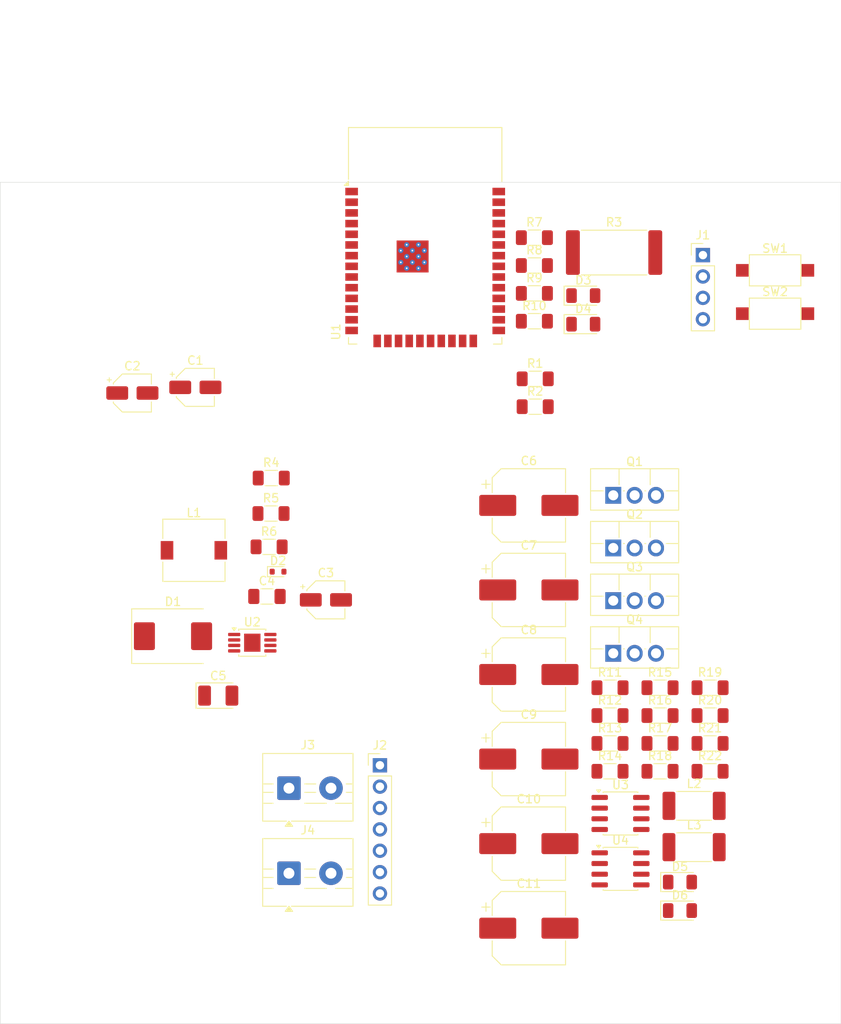
<source format=kicad_pcb>
(kicad_pcb (version 20241229) (generator "pcbnew") (generator_version "9.0")
  (layers (0 "F.Cu" signal) (2 "B.Cu" signal) (13 "F.Paste" user) (15 "B.Paste" user) (5 "F.SilkS" user "F.Silkscreen") (7 "B.SilkS" user "B.Silkscreen") (1 "F.Mask" user) (3 "B.Mask" user) (25 "Edge.Cuts" user))
  (net 0 "")
  (net 1 "Imeasure")
  (net 2 "Net-(Q1-S)")
  (net 3 "+3.3V")
  (net 4 "Net-(D2-K)")
  (net 5 "Net-(D1-K)")
  (net 6 "Net-(J1-Pin_2)")
  (net 7 "GND")
  (net 8 "Net-(J1-Pin_3)")
  (net 9 "Net-(U1-EN)")
  (net 10 "Net-(U1-IO0)")
  (net 11 "Net-(U2-FB)")
  (net 13 "Net-(U3-VB)")
  (net 15 "Net-(C7-Pad1)")
  (net 29 "Net-(U4-VB)")
  (net 37 "Net-(Q3-S)")
  (net 38 "Net-(C9-Pad1)")
  (net 39 "Vb")
  (net 40 "Net-(U2-COMP)")
  (net 41 "+BATT")
  (net 42 "Vm")
  (net 43 "V12")
  (net 44 "V5")
  (net 45 "Net-(Q1-G)")
  (net 46 "Net-(Q2-G)")
  (net 47 "Net-(Q3-G)")
  (net 48 "Net-(Q4-G)")
  (net 49 "Net-(U3-HO)")
  (net 50 "Net-(U3-LO)")
  (net 51 "Net-(U4-HO)")
  (net 52 "Net-(U4-LO)")
  (net 53 "+12V")
  (net 54 "+5V")
  (net 55 "SCL")
  (net 57 "SDA")
  (footprint "Connector_PinHeader_2.54mm:PinHeader_1x07_P2.54mm_Vertical" (layer "F.Cu") (at 141.732 131.064)
    (property "Reference" "J2" (at 0 -2.38 0) (layer "F.SilkS"))
    (property "Value" "Main board header")
    (pad "1" thru_hole rect (at 0 0) (size 1.7 1.7) (drill 1) (layers "*.Cu" "*.Mask") (net 41 "+BATT"))
    (pad "2" thru_hole circle (at 0 2.54) (size 1.7 1.7) (drill 1) (layers "*.Cu" "*.Mask") (net 41 "+BATT"))
    (pad "3" thru_hole circle (at 0 5.08) (size 1.7 1.7) (drill 1) (layers "*.Cu" "*.Mask") (net 7 "GND"))
    (pad "4" thru_hole circle (at 0 7.62) (size 1.7 1.7) (drill 1) (layers "*.Cu" "*.Mask") (net 7 "GND"))
    (pad "5" thru_hole circle (at 0 10.16) (size 1.7 1.7) (drill 1) (layers "*.Cu" "*.Mask") (net 57 "SDA"))
    (pad "6" thru_hole circle (at 0 12.7) (size 1.7 1.7) (drill 1) (layers "*.Cu" "*.Mask") (net 55 "SCL"))
    (pad "7" thru_hole circle (at 0 15.24) (size 1.7 1.7) (drill 1) (layers "*.Cu" "*.Mask") (net 3 "+3.3V"))
  )
  (footprint "Package_TO_SOT_THT:TO-220F-3_Vertical" (layer "F.Cu") (at 169.486 98.976)
    (property "Reference" "Q1" (at 2.54 -4 0) (layer "F.SilkS"))
    (property "Value" "IRLIZ44N")
    (pad "1" thru_hole rect (at 0 0) (size 1.905 2) (drill 1.2) (layers "*.Cu" "*.Mask") (net 45 "Net-(Q1-G)"))
    (pad "2" thru_hole oval (at 2.54 0) (size 1.905 2) (drill 1.2) (layers "*.Cu" "*.Mask") (net 41 "+BATT"))
    (pad "3" thru_hole oval (at 5.08 0) (size 1.905 2) (drill 1.2) (layers "*.Cu" "*.Mask") (net 2 "Net-(Q1-S)"))
  )
  (footprint "Resistor_SMD:R_1206_3216Metric_Pad1.30x1.75mm_HandSolder" (layer "F.Cu") (at 160.102 68.3532)
    (property "Reference" "R7" (at 0 -1.83 0) (layer "F.SilkS"))
    (property "Value" "220k")
    (pad "1" smd roundrect (at -1.55 0) (size 1.3 1.75) (layers "F.Cu" "F.Mask" "F.Paste") (roundrect_rratio 0.192308) (net 41 "+BATT"))
    (pad "2" smd roundrect (at 1.55 0) (size 1.3 1.75) (layers "F.Cu" "F.Mask" "F.Paste") (roundrect_rratio 0.192308) (net 39 "Vb"))
  )
  (footprint "Resistor_SMD:R_1206_3216Metric_Pad1.30x1.75mm_HandSolder" (layer "F.Cu") (at 175.046 128.466)
    (property "Reference" "R17" (at 0 -1.83 0) (layer "F.SilkS"))
    (property "Value" "39k")
    (pad "1" smd roundrect (at -1.55 0) (size 1.3 1.75) (layers "F.Cu" "F.Mask" "F.Paste") (roundrect_rratio 0.192308) (net 53 "+12V"))
    (pad "2" smd roundrect (at 1.55 0) (size 1.3 1.75) (layers "F.Cu" "F.Mask" "F.Paste") (roundrect_rratio 0.192308) (net 43 "V12"))
  )
  (footprint "Capacitor_SMD:CP_Elec_8x10.5" (layer "F.Cu") (at 159.446 140.376)
    (property "Reference" "C10" (at 0 -5.3 0) (layer "F.SilkS"))
    (property "Value" "100u")
    (pad "1" smd roundrect (at -3.7 0) (size 4.4 2.5) (layers "F.Cu" "F.Mask" "F.Paste") (roundrect_rratio 0.1) (net 41 "+BATT"))
    (pad "2" smd roundrect (at 3.7 0) (size 4.4 2.5) (layers "F.Cu" "F.Mask" "F.Paste") (roundrect_rratio 0.1) (net 7 "GND"))
  )
  (footprint "Capacitor_SMD:C_1206_3216Metric_Pad1.33x1.80mm_HandSolder" (layer "F.Cu") (at 128.296 110.998)
    (property "Reference" "C4" (at 0 -1.85 0) (layer "F.SilkS"))
    (property "Value" "0.22uF")
    (pad "1" smd roundrect (at -1.5625 0) (size 1.325 1.8) (layers "F.Cu" "F.Mask" "F.Paste") (roundrect_rratio 0.188679) (net 4 "Net-(D2-K)"))
    (pad "2" smd roundrect (at 1.5625 0) (size 1.325 1.8) (layers "F.Cu" "F.Mask" "F.Paste") (roundrect_rratio 0.188679) (net 5 "Net-(D1-K)"))
  )
  (footprint "Resistor_SMD:R_1206_3216Metric_Pad1.30x1.75mm_HandSolder" (layer "F.Cu") (at 128.778 101.1428)
    (property "Reference" "R5" (at 0 -1.83 0) (layer "F.SilkS"))
    (property "Value" "18K")
    (pad "1" smd roundrect (at -1.55 0) (size 1.3 1.75) (layers "F.Cu" "F.Mask" "F.Paste") (roundrect_rratio 0.192308) (net 11 "Net-(U2-FB)"))
    (pad "2" smd roundrect (at 1.55 0) (size 1.3 1.75) (layers "F.Cu" "F.Mask" "F.Paste") (roundrect_rratio 0.192308) (net 3 "+3.3V"))
  )
  (footprint "Diode_SMD:D_1206_3216Metric" (layer "F.Cu") (at 165.922 78.6332)
    (property "Reference" "D4" (at 0 -1.83 0) (layer "F.SilkS"))
    (property "Value" "3,3V")
    (pad "1" smd roundrect (at -1.4 0) (size 1.25 1.75) (layers "F.Cu" "F.Mask" "F.Paste") (roundrect_rratio 0.2) (net 42 "Vm"))
    (pad "2" smd roundrect (at 1.4 0) (size 1.25 1.75) (layers "F.Cu" "F.Mask" "F.Paste") (roundrect_rratio 0.2) (net 7 "GND"))
  )
  (footprint "Capacitor_SMD:CP_Elec_8x10.5" (layer "F.Cu") (at 159.446 150.426)
    (property "Reference" "C11" (at 0 -5.3 0) (layer "F.SilkS"))
    (property "Value" "100u")
    (pad "1" smd roundrect (at -3.7 0) (size 4.4 2.5) (layers "F.Cu" "F.Mask" "F.Paste") (roundrect_rratio 0.1) (net 41 "+BATT"))
    (pad "2" smd roundrect (at 3.7 0) (size 4.4 2.5) (layers "F.Cu" "F.Mask" "F.Paste") (roundrect_rratio 0.1) (net 7 "GND"))
  )
  (footprint "Button_Switch_SMD:SW_SPST_CK_RS282G05A3" (layer "F.Cu") (at 188.7336 77.3876)
    (property "Reference" "SW2" (at 0 -2.6 0) (layer "F.SilkS"))
    (property "Value" "Boot")
    (pad "1" smd rect (at -3.9 0) (size 1.5 1.5) (layers "F.Cu" "F.Mask" "F.Paste") (net 7 "GND"))
    (pad "2" smd rect (at 3.9 0) (size 1.5 1.5) (layers "F.Cu" "F.Mask" "F.Paste") (net 7 "GND"))
  )
  (footprint "Resistor_SMD:R_1206_3216Metric_Pad1.30x1.75mm_HandSolder" (layer "F.Cu") (at 169.096 121.846)
    (property "Reference" "R11" (at 0 -1.83 0) (layer "F.SilkS"))
    (property "Value" "10")
    (pad "1" smd roundrect (at -1.55 0) (size 1.3 1.75) (layers "F.Cu" "F.Mask" "F.Paste") (roundrect_rratio 0.192308) (net 49 "Net-(U3-HO)"))
    (pad "2" smd roundrect (at 1.55 0) (size 1.3 1.75) (layers "F.Cu" "F.Mask" "F.Paste") (roundrect_rratio 0.192308) (net 45 "Net-(Q1-G)"))
  )
  (footprint "Resistor_SMD:R_1206_3216Metric_Pad1.30x1.75mm_HandSolder" (layer "F.Cu") (at 169.096 128.466)
    (property "Reference" "R13" (at 0 -1.83 0) (layer "F.SilkS"))
    (property "Value" "10")
    (pad "1" smd roundrect (at -1.55 0) (size 1.3 1.75) (layers "F.Cu" "F.Mask" "F.Paste") (roundrect_rratio 0.192308) (net 51 "Net-(U4-HO)"))
    (pad "2" smd roundrect (at 1.55 0) (size 1.3 1.75) (layers "F.Cu" "F.Mask" "F.Paste") (roundrect_rratio 0.192308) (net 47 "Net-(Q3-G)"))
  )
  (footprint "Resistor_SMD:R_1206_3216Metric_Pad1.30x1.75mm_HandSolder" (layer "F.Cu") (at 160.102 74.9732)
    (property "Reference" "R9" (at 0 -1.83 0) (layer "F.SilkS"))
    (property "Value" "220k")
    (pad "1" smd roundrect (at -1.55 0) (size 1.3 1.75) (layers "F.Cu" "F.Mask" "F.Paste") (roundrect_rratio 0.192308) (net 1 "Imeasure"))
    (pad "2" smd roundrect (at 1.55 0) (size 1.3 1.75) (layers "F.Cu" "F.Mask" "F.Paste") (roundrect_rratio 0.192308) (net 42 "Vm"))
  )
  (footprint "Capacitor_SMD:CP_Elec_8x10.5" (layer "F.Cu") (at 159.446 120.276)
    (property "Reference" "C8" (at 0 -5.3 0) (layer "F.SilkS"))
    (property "Value" "C_Polarized")
    (pad "1" smd roundrect (at -3.7 0) (size 4.4 2.5) (layers "F.Cu" "F.Mask" "F.Paste") (roundrect_rratio 0.1) (net 29 "Net-(U4-VB)"))
    (pad "2" smd roundrect (at 3.7 0) (size 4.4 2.5) (layers "F.Cu" "F.Mask" "F.Paste") (roundrect_rratio 0.1) (net 37 "Net-(Q3-S)"))
  )
  (footprint "Inductor_SMD:L_7.3x7.3_H4.5" (layer "F.Cu") (at 119.6092 105.5116)
    (property "Reference" "L1" (at 0 -4.45 0) (layer "F.SilkS"))
    (property "Value" "10uH")
    (pad "1" smd rect (at -3.2 0) (size 1.5 2.2) (layers "F.Cu" "F.Mask" "F.Paste") (net 5 "Net-(D1-K)"))
    (pad "2" smd rect (at 3.2 0) (size 1.5 2.2) (layers "F.Cu" "F.Mask" "F.Paste") (net 3 "+3.3V"))
  )
  (footprint "Resistor_SMD:R_1206_3216Metric_Pad1.30x1.75mm_HandSolder" (layer "F.Cu") (at 128.55 105.1052)
    (property "Reference" "R6" (at 0 -1.83 0) (layer "F.SilkS"))
    (property "Value" "560K")
    (pad "1" smd roundrect (at -1.55 0) (size 1.3 1.75) (layers "F.Cu" "F.Mask" "F.Paste") (roundrect_rratio 0.192308) (net 11 "Net-(U2-FB)"))
    (pad "2" smd roundrect (at 1.55 0) (size 1.3 1.75) (layers "F.Cu" "F.Mask" "F.Paste") (roundrect_rratio 0.192308) (net 3 "+3.3V"))
  )
  (footprint "Resistor_SMD:R_1206_3216Metric_Pad1.30x1.75mm_HandSolder" (layer "F.Cu") (at 128.804 96.9264)
    (property "Reference" "R4" (at 0 -1.83 0) (layer "F.SilkS"))
    (property "Value" "10K")
    (pad "1" smd roundrect (at -1.55 0) (size 1.3 1.75) (layers "F.Cu" "F.Mask" "F.Paste") (roundrect_rratio 0.192308) (net 11 "Net-(U2-FB)"))
    (pad "2" smd roundrect (at 1.55 0) (size 1.3 1.75) (layers "F.Cu" "F.Mask" "F.Paste") (roundrect_rratio 0.192308) (net 7 "GND"))
  )
  (footprint "Package_SO:SOIC-8_3.9x4.9mm_P1.27mm" (layer "F.Cu") (at 170.346 143.376)
    (property "Reference" "U4" (at 0 -3.4 0) (layer "F.SilkS"))
    (property "Value" "LF2304NTR")
    (pad "1" smd roundrect (at -2.475 -1.905) (size 1.95 0.6) (layers "F.Cu" "F.Mask" "F.Paste"))
    (pad "2" smd roundrect (at -2.475 -0.635) (size 1.95 0.6) (layers "F.Cu" "F.Mask" "F.Paste"))
    (pad "3" smd roundrect (at -2.475 0.635) (size 1.95 0.6) (layers "F.Cu" "F.Mask" "F.Paste") (net 41 "+BATT"))
    (pad "4" smd roundrect (at -2.475 1.905) (size 1.95 0.6) (layers "F.Cu" "F.Mask" "F.Paste") (net 7 "GND"))
    (pad "5" smd roundrect (at 2.475 1.905) (size 1.95 0.6) (layers "F.Cu" "F.Mask" "F.Paste") (net 52 "Net-(U4-LO)"))
    (pad "6" smd roundrect (at 2.475 0.635) (size 1.95 0.6) (layers "F.Cu" "F.Mask" "F.Paste") (net 37 "Net-(Q3-S)"))
    (pad "7" smd roundrect (at 2.475 -0.635) (size 1.95 0.6) (layers "F.Cu" "F.Mask" "F.Paste") (net 51 "Net-(U4-HO)"))
    (pad "8" smd roundrect (at 2.475 -1.905) (size 1.95 0.6) (layers "F.Cu" "F.Mask" "F.Paste") (net 29 "Net-(U4-VB)"))
  )
  (footprint "Package_TO_SOT_THT:TO-220F-3_Vertical" (layer "F.Cu") (at 169.486 111.496)
    (property "Reference" "Q3" (at 2.54 -4 0) (layer "F.SilkS"))
    (property "Value" "IRLIZ44N")
    (pad "1" thru_hole rect (at 0 0) (size 1.905 2) (drill 1.2) (layers "*.Cu" "*.Mask") (net 47 "Net-(Q3-G)"))
    (pad "2" thru_hole oval (at 2.54 0) (size 1.905 2) (drill 1.2) (layers "*.Cu" "*.Mask") (net 41 "+BATT"))
    (pad "3" thru_hole oval (at 5.08 0) (size 1.905 2) (drill 1.2) (layers "*.Cu" "*.Mask") (net 37 "Net-(Q3-S)"))
  )
  (footprint "Resistor_SMD:R_1206_3216Metric_Pad1.30x1.75mm_HandSolder" (layer "F.Cu") (at 180.996 121.846)
    (property "Reference" "R19" (at 0 -1.83 0) (layer "F.SilkS"))
    (property "Value" "10k")
    (pad "1" smd roundrect (at -1.55 0) (size 1.3 1.75) (layers "F.Cu" "F.Mask" "F.Paste") (roundrect_rratio 0.192308) (net 54 "+5V"))
    (pad "2" smd roundrect (at 1.55 0) (size 1.3 1.75) (layers "F.Cu" "F.Mask" "F.Paste") (roundrect_rratio 0.192308) (net 44 "V5"))
  )
  (footprint "Button_Switch_SMD:SW_SPST_CK_RS282G05A3" (layer "F.Cu") (at 188.7336 72.2376)
    (property "Reference" "SW1" (at 0 -2.6 0) (layer "F.SilkS"))
    (property "Value" "RESET")
    (pad "1" smd rect (at -3.9 0) (size 1.5 1.5) (layers "F.Cu" "F.Mask" "F.Paste") (net 7 "GND"))
    (pad "2" smd rect (at 3.9 0) (size 1.5 1.5) (layers "F.Cu" "F.Mask" "F.Paste") (net 7 "GND"))
  )
  (footprint "Capacitor_SMD:CP_Elec_4x5.3" (layer "F.Cu") (at 112.29 86.8172)
    (property "Reference" "C2" (at 0 -3.2 0) (layer "F.SilkS"))
    (property "Value" "10U")
    (pad "1" smd roundrect (at -1.8 0) (size 2.6 1.6) (layers "F.Cu" "F.Mask" "F.Paste") (roundrect_rratio 0.15625) (net 3 "+3.3V"))
    (pad "2" smd roundrect (at 1.8 0) (size 2.6 1.6) (layers "F.Cu" "F.Mask" "F.Paste") (roundrect_rratio 0.15625) (net 7 "GND"))
  )
  (footprint "Resistor_SMD:R_4020_10251Metric_Pad1.65x5.30mm_HandSolder" (layer "F.Cu") (at 169.582 70.1232)
    (property "Reference" "R3" (at 0 -3.6 0) (layer "F.SilkS"))
    (property "Value" "0.05")
    (pad "1" smd roundrect (at -4.9 0) (size 1.65 5.3) (layers "F.Cu" "F.Mask" "F.Paste") (roundrect_rratio 0.151515) (net 41 "+BATT"))
    (pad "2" smd roundrect (at 4.9 0) (size 1.65 5.3) (layers "F.Cu" "F.Mask" "F.Paste") (roundrect_rratio 0.151515) (net 1 "Imeasure"))
  )
  (footprint "Resistor_SMD:R_1206_3216Metric_Pad1.30x1.75mm_HandSolder" (layer "F.Cu") (at 169.096 131.776)
    (property "Reference" "R14" (at 0 -1.83 0) (layer "F.SilkS"))
    (property "Value" "10")
    (pad "1" smd roundrect (at -1.55 0) (size 1.3 1.75) (layers "F.Cu" "F.Mask" "F.Paste") (roundrect_rratio 0.192308) (net 52 "Net-(U4-LO)"))
    (pad "2" smd roundrect (at 1.55 0) (size 1.3 1.75) (layers "F.Cu" "F.Mask" "F.Paste") (roundrect_rratio 0.192308) (net 48 "Net-(Q4-G)"))
  )
  (footprint "TerminalBlock:TerminalBlock_MaiXu_MX126-5.0-02P_1x02_P5.00mm" (layer "F.Cu") (at 130.912 133.784)
    (property "Reference" "J3" (at 2.25 -5.12 0) (layer "F.SilkS"))
    (property "Value" "12V")
    (pad "1" thru_hole roundrect (at 0 0) (size 2.8 2.8) (drill 1.3) (layers "*.Cu" "*.Mask") (roundrect_rratio 0.089286) (net 53 "+12V"))
    (pad "2" thru_hole circle (at 5 0) (size 2.8 2.8) (drill 1.3) (layers "*.Cu" "*.Mask") (net 7 "GND"))
  )
  (footprint "Resistor_SMD:R_1206_3216Metric_Pad1.30x1.75mm_HandSolder" (layer "F.Cu") (at 180.996 128.466)
    (property "Reference" "R21" (at 0 -1.83 0) (layer "F.SilkS"))
    (property "Value" "100K")
    (pad "1" smd roundrect (at -1.55 0) (size 1.3 1.75) (layers "F.Cu" "F.Mask" "F.Paste") (roundrect_rratio 0.192308) (net 15 "Net-(C7-Pad1)"))
    (pad "2" smd roundrect (at 1.55 0) (size 1.3 1.75) (layers "F.Cu" "F.Mask" "F.Paste") (roundrect_rratio 0.192308) (net 7 "GND"))
  )
  (footprint "Diode_SMD:D_1206_3216Metric" (layer "F.Cu") (at 165.922 75.2432)
    (property "Reference" "D3" (at 0 -1.83 0) (layer "F.SilkS"))
    (property "Value" "3,3V")
    (pad "1" smd roundrect (at -1.4 0) (size 1.25 1.75) (layers "F.Cu" "F.Mask" "F.Paste") (roundrect_rratio 0.2) (net 39 "Vb"))
    (pad "2" smd roundrect (at 1.4 0) (size 1.25 1.75) (layers "F.Cu" "F.Mask" "F.Paste") (roundrect_rratio 0.2) (net 7 "GND"))
  )
  (footprint "Resistor_SMD:R_1206_3216Metric_Pad1.30x1.75mm_HandSolder" (layer "F.Cu") (at 160.1972 85.1328)
    (property "Reference" "R1" (at 0 -1.83 0) (layer "F.SilkS"))
    (property "Value" "10K")
    (pad "1" smd roundrect (at -1.55 0) (size 1.3 1.75) (layers "F.Cu" "F.Mask" "F.Paste") (roundrect_rratio 0.192308) (net 3 "+3.3V"))
    (pad "2" smd roundrect (at 1.55 0) (size 1.3 1.75) (layers "F.Cu" "F.Mask" "F.Paste") (roundrect_rratio 0.192308) (net 9 "Net-(U1-EN)"))
  )
  (footprint "Capacitor_SMD:CP_Elec_8x10.5" (layer "F.Cu") (at 159.446 130.326)
    (property "Reference" "C9" (at 0 -5.3 0) (layer "F.SilkS"))
    (property "Value" "100u")
    (pad "1" smd roundrect (at -3.7 0) (size 4.4 2.5) (layers "F.Cu" "F.Mask" "F.Paste") (roundrect_rratio 0.1) (net 38 "Net-(C9-Pad1)"))
    (pad "2" smd roundrect (at 3.7 0) (size 4.4 2.5) (layers "F.Cu" "F.Mask" "F.Paste") (roundrect_rratio 0.1) (net 7 "GND"))
  )
  (footprint "Capacitor_SMD:CP_Elec_4x5.4" (layer "F.Cu") (at 135.3064 111.4044)
    (property "Reference" "C3" (at 0 -3.2 0) (layer "F.SilkS"))
    (property "Value" "4.7uF 50V")
    (pad "1" smd roundrect (at -1.8 0) (size 2.6 1.6) (layers "F.Cu" "F.Mask" "F.Paste") (roundrect_rratio 0.15625) (net 1 "Imeasure"))
    (pad "2" smd roundrect (at 1.8 0) (size 2.6 1.6) (layers "F.Cu" "F.Mask" "F.Paste") (roundrect_rratio 0.15625) (net 7 "GND"))
  )
  (footprint "Resistor_SMD:R_1206_3216Metric_Pad1.30x1.75mm_HandSolder" (layer "F.Cu") (at 175.046 125.156)
    (property "Reference" "R16" (at 0 -1.83 0) (layer "F.SilkS"))
    (property "Value" "0.1")
    (pad "1" smd roundrect (at -1.55 0) (size 1.3 1.75) (layers "F.Cu" "F.Mask" "F.Paste") (roundrect_rratio 0.192308) (net 15 "Net-(C7-Pad1)"))
    (pad "2" smd roundrect (at 1.55 0) (size 1.3 1.75) (layers "F.Cu" "F.Mask" "F.Paste") (roundrect_rratio 0.192308) (net 54 "+5V"))
  )
  (footprint "Resistor_SMD:R_1206_3216Metric_Pad1.30x1.75mm_HandSolder" (layer "F.Cu") (at 175.046 131.776)
    (property "Reference" "R18" (at 0 -1.83 0) (layer "F.SilkS"))
    (property "Value" "10k")
    (pad "1" smd roundrect (at -1.55 0) (size 1.3 1.75) (layers "F.Cu" "F.Mask" "F.Paste") (roundrect_rratio 0.192308) (net 43 "V12"))
    (pad "2" smd roundrect (at 1.55 0) (size 1.3 1.75) (layers "F.Cu" "F.Mask" "F.Paste") (roundrect_rratio 0.192308) (net 7 "GND"))
  )
  (footprint "Diode_SMD:D_1206_3216Metric" (layer "F.Cu") (at 177.416 148.336)
    (property "Reference" "D6" (at 0 -1.83 0) (layer "F.SilkS"))
    (property "Value" "3,3V")
    (pad "1" smd roundrect (at -1.4 0) (size 1.25 1.75) (layers "F.Cu" "F.Mask" "F.Paste") (roundrect_rratio 0.2) (net 44 "V5"))
    (pad "2" smd roundrect (at 1.4 0) (size 1.25 1.75) (layers "F.Cu" "F.Mask" "F.Paste") (roundrect_rratio 0.2) (net 7 "GND"))
  )
  (footprint "Resistor_SMD:R_1206_3216Metric_Pad1.30x1.75mm_HandSolder" (layer "F.Cu") (at 160.102 78.2832)
    (property "Reference" "R10" (at 0 -1.83 0) (layer "F.SilkS"))
    (property "Value" "10k")
    (pad "1" smd roundrect (at -1.55 0) (size 1.3 1.75) (layers "F.Cu" "F.Mask" "F.Paste") (roundrect_rratio 0.192308) (net 42 "Vm"))
    (pad "2" smd roundrect (at 1.55 0) (size 1.3 1.75) (layers "F.Cu" "F.Mask" "F.Paste") (roundrect_rratio 0.192308) (net 7 "GND"))
  )
  (footprint "Diode_SMD:D_1206_3216Metric" (layer "F.Cu") (at 177.416 144.946)
    (property "Reference" "D5" (at 0 -1.83 0) (layer "F.SilkS"))
    (property "Value" "3,3V")
    (pad "1" smd roundrect (at -1.4 0) (size 1.25 1.75) (layers "F.Cu" "F.Mask" "F.Paste") (roundrect_rratio 0.2) (net 43 "V12"))
    (pad "2" smd roundrect (at 1.4 0) (size 1.25 1.75) (layers "F.Cu" "F.Mask" "F.Paste") (roundrect_rratio 0.2) (net 7 "GND"))
  )
  (footprint "Capacitor_Tantalum_SMD:CP_EIA-3528-12_Kemet-T_HandSolder" (layer "F.Cu") (at 122.5048 122.7836)
    (property "Reference" "C5" (at 0 -2.35 0) (layer "F.SilkS"))
    (property "Value" "22uF 16V")
    (pad "1" smd roundrect (at -1.6275 0) (size 1.515 2.39) (layers "F.Cu" "F.Mask" "F.Paste") (roundrect_rratio 0.165017) (net 3 "+3.3V"))
    (pad "2" smd roundrect (at 1.6275 0) (size 1.515 2.39) (layers "F.Cu" "F.Mask" "F.Paste") (roundrect_rratio 0.165017) (net 7 "GND"))
  )
  (footprint "Resistor_SMD:R_1206_3216Metric_Pad1.30x1.75mm_HandSolder" (layer "F.Cu") (at 160.102 71.6632)
    (property "Reference" "R8" (at 0 -1.83 0) (layer "F.SilkS"))
    (property "Value" "10k")
    (pad "1" smd roundrect (at -1.55 0) (size 1.3 1.75) (layers "F.Cu" "F.Mask" "F.Paste") (roundrect_rratio 0.192308) (net 39 "Vb"))
    (pad "2" smd roundrect (at 1.55 0) (size 1.3 1.75) (layers "F.Cu" "F.Mask" "F.Paste") (roundrect_rratio 0.192308) (net 7 "GND"))
  )
  (footprint "Package_TO_SOT_THT:TO-220F-3_Vertical" (layer "F.Cu") (at 169.486 105.236)
    (property "Reference" "Q2" (at 2.54 -4 0) (layer "F.SilkS"))
    (property "Value" "IRLIZ44N")
    (pad "1" thru_hole rect (at 0 0) (size 1.905 2) (drill 1.2) (layers "*.Cu" "*.Mask") (net 46 "Net-(Q2-G)"))
    (pad "2" thru_hole oval (at 2.54 0) (size 1.905 2) (drill 1.2) (layers "*.Cu" "*.Mask") (net 2 "Net-(Q1-S)"))
    (pad "3" thru_hole oval (at 5.08 0) (size 1.905 2) (drill 1.2) (layers "*.Cu" "*.Mask") (net 7 "GND"))
  )
  (footprint "Resistor_SMD:R_1206_3216Metric_Pad1.30x1.75mm_HandSolder" (layer "F.Cu") (at 180.996 131.776)
    (property "Reference" "R22" (at 0 -1.83 0) (layer "F.SilkS"))
    (property "Value" "100k")
    (pad "1" smd roundrect (at -1.55 0) (size 1.3 1.75) (layers "F.Cu" "F.Mask" "F.Paste") (roundrect_rratio 0.192308) (net 38 "Net-(C9-Pad1)"))
    (pad "2" smd roundrect (at 1.55 0) (size 1.3 1.75) (layers "F.Cu" "F.Mask" "F.Paste") (roundrect_rratio 0.192308) (net 7 "GND"))
  )
  (footprint "Connector_PinHeader_2.54mm:PinHeader_1x04_P2.54mm_Vertical" (layer "F.Cu") (at 180.1484 70.428)
    (property "Reference" "J1" (at 0 -2.38 0) (layer "F.SilkS"))
    (property "Value" "Program_header")
    (pad "1" thru_hole rect (at 0 0) (size 1.7 1.7) (drill 1) (layers "*.Cu" "*.Mask") (net 3 "+3.3V"))
    (pad "2" thru_hole circle (at 0 2.54) (size 1.7 1.7) (drill 1) (layers "*.Cu" "*.Mask") (net 6 "Net-(J1-Pin_2)"))
    (pad "3" thru_hole circle (at 0 5.08) (size 1.7 1.7) (drill 1) (layers "*.Cu" "*.Mask") (net 8 "Net-(J1-Pin_3)"))
    (pad "4" thru_hole circle (at 0 7.62) (size 1.7 1.7) (drill 1) (layers "*.Cu" "*.Mask") (net 7 "GND"))
  )
  (footprint "TerminalBlock:TerminalBlock_MaiXu_MX126-5.0-02P_1x02_P5.00mm" (layer "F.Cu") (at 130.912 143.899)
    (property "Reference" "J4" (at 2.25 -5.12 0) (layer "F.SilkS"))
    (property "Value" "5V")
    (pad "1" thru_hole roundrect (at 0 0) (size 2.8 2.8) (drill 1.3) (layers "*.Cu" "*.Mask") (roundrect_rratio 0.089286) (net 54 "+5V"))
    (pad "2" thru_hole circle (at 5 0) (size 2.8 2.8) (drill 1.3) (layers "*.Cu" "*.Mask") (net 7 "GND"))
  )
  (footprint "Resistor_SMD:R_1206_3216Metric_Pad1.30x1.75mm_HandSolder" (layer "F.Cu") (at 175.046 121.846)
    (property "Reference" "R15" (at 0 -1.83 0) (layer "F.SilkS"))
    (property "Value" "0.1")
    (pad "1" smd roundrect (at -1.55 0) (size 1.3 1.75) (layers "F.Cu" "F.Mask" "F.Paste") (roundrect_rratio 0.192308) (net 38 "Net-(C9-Pad1)"))
    (pad "2" smd roundrect (at 1.55 0) (size 1.3 1.75) (layers "F.Cu" "F.Mask" "F.Paste") (roundrect_rratio 0.192308) (net 53 "+12V"))
  )
  (footprint "Capacitor_SMD:CP_Elec_8x10.5" (layer "F.Cu") (at 159.446 110.226)
    (property "Reference" "C7" (at 0 -5.3 0) (layer "F.SilkS"))
    (property "Value" "100u")
    (pad "1" smd roundrect (at -3.7 0) (size 4.4 2.5) (layers "F.Cu" "F.Mask" "F.Paste") (roundrect_rratio 0.1) (net 15 "Net-(C7-Pad1)"))
    (pad "2" smd roundrect (at 3.7 0) (size 4.4 2.5) (layers "F.Cu" "F.Mask" "F.Paste") (roundrect_rratio 0.1) (net 7 "GND"))
  )
  (footprint "Package_SO:SOIC-8_3.9x4.9mm_P1.27mm" (layer "F.Cu") (at 170.346 136.791)
    (property "Reference" "U3" (at 0 -3.4 0) (layer "F.SilkS"))
    (property "Value" "LF2304NTR")
    (pad "1" smd roundrect (at -2.475 -1.905) (size 1.95 0.6) (layers "F.Cu" "F.Mask" "F.Paste"))
    (pad "2" smd roundrect (at -2.475 -0.635) (size 1.95 0.6) (layers "F.Cu" "F.Mask" "F.Paste"))
    (pad "3" smd roundrect (at -2.475 0.635) (size 1.95 0.6) (layers "F.Cu" "F.Mask" "F.Paste") (net 41 "+BATT"))
    (pad "4" smd roundrect (at -2.475 1.905) (size 1.95 0.6) (layers "F.Cu" "F.Mask" "F.Paste") (net 7 "GND"))
    (pad "5" smd roundrect (at 2.475 1.905) (size 1.95 0.6) (layers "F.Cu" "F.Mask" "F.Paste") (net 50 "Net-(U3-LO)"))
    (pad "6" smd roundrect (at 2.475 0.635) (size 1.95 0.6) (layers "F.Cu" "F.Mask" "F.Paste") (net 2 "Net-(Q1-S)"))
    (pad "7" smd roundrect (at 2.475 -0.635) (size 1.95 0.6) (layers "F.Cu" "F.Mask" "F.Paste") (net 49 "Net-(U3-HO)"))
    (pad "8" smd roundrect (at 2.475 -1.905) (size 1.95 0.6) (layers "F.Cu" "F.Mask" "F.Paste") (net 13 "Net-(U3-VB)"))
  )
  (footprint "Inductor_SMD:L_2512_6332Metric_Pad1.52x3.35mm_HandSolder" (layer "F.Cu") (at 179.096 135.886)
    (property "Reference" "L2" (at 0 -2.63 0) (layer "F.SilkS"))
    (property "Value" "L")
    (pad "1" smd roundrect (at -2.9875 0) (size 1.525 3.35) (layers "F.Cu" "F.Mask" "F.Paste") (roundrect_rratio 0.163934) (net 2 "Net-(Q1-S)"))
    (pad "2" smd roundrect (at 2.9875 0) (size 1.525 3.35) (layers "F.Cu" "F.Mask" "F.Paste") (roundrect_rratio 0.163934) (net 15 "Net-(C7-Pad1)"))
  )
  (footprint "Package_SO:MSOP-8-1EP_3x3mm_P0.65mm_EP1.95x2.15mm" (layer "F.Cu") (at 126.5524 116.4942)
    (property "Reference" "U2" (at 0 -2.45 0) (layer "F.SilkS"))
    (property "Value" "LT1936")
    (pad "1" smd roundrect (at -2.15 -0.975) (size 1.45 0.4) (layers "F.Cu" "F.Mask" "F.Paste") (net 4 "Net-(D2-K)"))
    (pad "2" smd roundrect (at -2.15 -0.325) (size 1.45 0.4) (layers "F.Cu" "F.Mask" "F.Paste") (net 1 "Imeasure"))
    (pad "3" smd roundrect (at -2.15 0.325) (size 1.45 0.4) (layers "F.Cu" "F.Mask" "F.Paste") (net 5 "Net-(D1-K)"))
    (pad "4" smd roundrect (at -2.15 0.975) (size 1.45 0.4) (layers "F.Cu" "F.Mask" "F.Paste") (net 7 "GND"))
    (pad "5" smd roundrect (at 2.15 0.975) (size 1.45 0.4) (layers "F.Cu" "F.Mask" "F.Paste") (net 1 "Imeasure"))
    (pad "6" smd roundrect (at 2.15 0.325) (size 1.45 0.4) (layers "F.Cu" "F.Mask" "F.Paste") (net 11 "Net-(U2-FB)"))
    (pad "7" smd roundrect (at 2.15 -0.325) (size 1.45 0.4) (layers "F.Cu" "F.Mask" "F.Paste") (net 40 "Net-(U2-COMP)"))
    (pad "8" smd roundrect (at 2.15 -0.975) (size 1.45 0.4) (layers "F.Cu" "F.Mask" "F.Paste") (net 40 "Net-(U2-COMP)"))
    (pad "9" smd rect (at 0 0) (size 1.95 2.15) (property pad_prop_heatsink) (layers "F.Cu" "F.Mask") (net 7 "GND"))
  )
  (footprint "Resistor_SMD:R_1206_3216Metric_Pad1.30x1.75mm_HandSolder" (layer "F.Cu") (at 180.996 125.156)
    (property "Reference" "R20" (at 0 -1.83 0) (layer "F.SilkS"))
    (property "Value" "10k")
    (pad "1" smd roundrect (at -1.55 0) (size 1.3 1.75) (layers "F.Cu" "F.Mask" "F.Paste") (roundrect_rratio 0.192308) (net 44 "V5"))
    (pad "2" smd roundrect (at 1.55 0) (size 1.3 1.75) (layers "F.Cu" "F.Mask" "F.Paste") (roundrect_rratio 0.192308) (net 7 "GND"))
  )
  (footprint "Diode_SMD:D_SMC" (layer "F.Cu") (at 117.12 115.7224)
    (property "Reference" "D1" (at 0 -4.1 0) (layer "F.SilkS"))
    (property "Value" "SK36A")
    (pad "1" smd roundrect (at -3.4 0 90) (size 3.3 2.5) (layers "F.Cu" "F.Mask" "F.Paste") (roundrect_rratio 0.1) (net 5 "Net-(D1-K)"))
    (pad "2" smd roundrect (at 3.4 0 90) (size 3.3 2.5) (layers "F.Cu" "F.Mask" "F.Paste") (roundrect_rratio 0.1) (net 7 "GND"))
  )
  (footprint "Resistor_SMD:R_1206_3216Metric_Pad1.30x1.75mm_HandSolder" (layer "F.Cu") (at 169.096 125.156)
    (property "Reference" "R12" (at 0 -1.83 0) (layer "F.SilkS"))
    (property "Value" "10")
    (pad "1" smd roundrect (at -1.55 0) (size 1.3 1.75) (layers "F.Cu" "F.Mask" "F.Paste") (roundrect_rratio 0.192308) (net 50 "Net-(U3-LO)"))
    (pad "2" smd roundrect (at 1.55 0) (size 1.3 1.75) (layers "F.Cu" "F.Mask" "F.Paste") (roundrect_rratio 0.192308) (net 46 "Net-(Q2-G)"))
  )
  (footprint "Diode_SMD:D_SOD-523" (layer "F.Cu") (at 129.6168 108.0516)
    (property "Reference" "D2" (at 0 -1.3 0) (layer "F.SilkS"))
    (property "Value" "1N4148WT")
    (pad "1" smd roundrect (at -0.7 0 180) (size 0.6 0.7) (layers "F.Cu" "F.Mask" "F.Paste") (net 4 "Net-(D2-K)"))
    (pad "2" smd roundrect (at 0.7 0 180) (size 0.6 0.7) (layers "F.Cu" "F.Mask" "F.Paste") (net 3 "+3.3V"))
  )
  (footprint "Capacitor_SMD:CP_Elec_4x5.3" (layer "F.Cu") (at 119.7814 86.1456)
    (property "Reference" "C1" (at 0 -3.2 0) (layer "F.SilkS"))
    (property "Value" "47U")
    (pad "1" smd roundrect (at -1.8 0) (size 2.6 1.6) (layers "F.Cu" "F.Mask" "F.Paste") (roundrect_rratio 0.15625) (net 1 "Imeasure"))
    (pad "2" smd roundrect (at 1.8 0) (size 2.6 1.6) (layers "F.Cu" "F.Mask" "F.Paste") (roundrect_rratio 0.15625) (net 7 "GND"))
  )
  (footprint "Resistor_SMD:R_1206_3216Metric_Pad1.30x1.75mm_HandSolder" (layer "F.Cu") (at 160.1972 88.4428)
    (property "Reference" "R2" (at 0 -1.83 0) (layer "F.SilkS"))
    (property "Value" "10K")
    (pad "1" smd roundrect (at -1.55 0) (size 1.3 1.75) (layers "F.Cu" "F.Mask" "F.Paste") (roundrect_rratio 0.192308) (net 3 "+3.3V"))
    (pad "2" smd roundrect (at 1.55 0) (size 1.3 1.75) (layers "F.Cu" "F.Mask" "F.Paste") (roundrect_rratio 0.192308) (net 10 "Net-(U1-IO0)"))
  )
  (footprint "RF_Module:ESP32-WROOM-32D" (layer "F.Cu") (at 147.1168 71.12)
    (property "Reference" "U1" (at -10.61 8.43 90) (layer "F.SilkS"))
    (property "Value" "ESP32-WROOM-32D")
    (pad "1" smd rect (at -8.75 -8.25) (size 1.5 0.9) (layers "F.Cu" "F.Mask" "F.Paste") (net 7 "GND"))
    (pad "2" smd rect (at -8.75 -6.98) (size 1.5 0.9) (layers "F.Cu" "F.Mask" "F.Paste") (net 3 "+3.3V"))
    (pad "3" smd rect (at -8.75 -5.71) (size 1.5 0.9) (layers "F.Cu" "F.Mask" "F.Paste") (net 9 "Net-(U1-EN)"))
    (pad "4" smd rect (at -8.75 -4.44) (size 1.5 0.9) (layers "F.Cu" "F.Mask" "F.Paste"))
    (pad "5" smd rect (at -8.75 -3.17) (size 1.5 0.9) (layers "F.Cu" "F.Mask" "F.Paste"))
    (pad "6" smd rect (at -8.75 -1.9) (size 1.5 0.9) (layers "F.Cu" "F.Mask" "F.Paste") (net 43 "V12"))
    (pad "7" smd rect (at -8.75 -0.63) (size 1.5 0.9) (layers "F.Cu" "F.Mask" "F.Paste") (net 39 "Vb"))
    (pad "8" smd rect (at -8.75 0.64) (size 1.5 0.9) (layers "F.Cu" "F.Mask" "F.Paste"))
    (pad "9" smd rect (at -8.75 1.91) (size 1.5 0.9) (layers "F.Cu" "F.Mask" "F.Paste"))
    (pad "10" smd rect (at -8.75 3.18) (size 1.5 0.9) (layers "F.Cu" "F.Mask" "F.Paste") (net 42 "Vm"))
    (pad "11" smd rect (at -8.75 4.45) (size 1.5 0.9) (layers "F.Cu" "F.Mask" "F.Paste") (net 44 "V5"))
    (pad "12" smd rect (at -8.75 5.72) (size 1.5 0.9) (layers "F.Cu" "F.Mask" "F.Paste"))
    (pad "13" smd rect (at -8.75 6.99) (size 1.5 0.9) (layers "F.Cu" "F.Mask" "F.Paste"))
    (pad "14" smd rect (at -8.75 8.26) (size 1.5 0.9) (layers "F.Cu" "F.Mask" "F.Paste"))
    (pad "15" smd rect (at -5.71 9.51 90) (size 1.5 0.9) (layers "F.Cu" "F.Mask" "F.Paste") (net 7 "GND"))
    (pad "16" smd rect (at -4.44 9.51 90) (size 1.5 0.9) (layers "F.Cu" "F.Mask" "F.Paste"))
    (pad "17" smd rect (at -3.17 9.51 90) (size 1.5 0.9) (layers "F.Cu" "F.Mask" "F.Paste"))
    (pad "18" smd rect (at -1.9 9.51 90) (size 1.5 0.9) (layers "F.Cu" "F.Mask" "F.Paste"))
    (pad "19" smd rect (at -0.63 9.51 90) (size 1.5 0.9) (layers "F.Cu" "F.Mask" "F.Paste"))
    (pad "20" smd rect (at 0.64 9.51 90) (size 1.5 0.9) (layers "F.Cu" "F.Mask" "F.Paste"))
    (pad "21" smd rect (at 1.91 9.51 90) (size 1.5 0.9) (layers "F.Cu" "F.Mask" "F.Paste"))
    (pad "22" smd rect (at 3.18 9.51 90) (size 1.5 0.9) (layers "F.Cu" "F.Mask" "F.Paste"))
    (pad "23" smd rect (at 4.45 9.51 90) (size 1.5 0.9) (layers "F.Cu" "F.Mask" "F.Paste"))
    (pad "24" smd rect (at 5.72 9.51 90) (size 1.5 0.9) (layers "F.Cu" "F.Mask" "F.Paste"))
    (pad "25" smd rect (at 8.75 8.26) (size 1.5 0.9) (layers "F.Cu" "F.Mask" "F.Paste") (net 10 "Net-(U1-IO0)"))
    (pad "26" smd rect (at 8.75 6.99) (size 1.5 0.9) (layers "F.Cu" "F.Mask" "F.Paste"))
    (pad "27" smd rect (at 8.75 5.72) (size 1.5 0.9) (layers "F.Cu" "F.Mask" "F.Paste"))
    (pad "28" smd rect (at 8.75 4.45) (size 1.5 0.9) (layers "F.Cu" "F.Mask" "F.Paste"))
    (pad "29" smd rect (at 8.75 3.18) (size 1.5 0.9) (layers "F.Cu" "F.Mask" "F.Paste"))
    (pad "30" smd rect (at 8.75 1.91) (size 1.5 0.9) (layers "F.Cu" "F.Mask" "F.Paste"))
    (pad "31" smd rect (at 8.75 0.64) (size 1.5 0.9) (layers "F.Cu" "F.Mask" "F.Paste"))
    (pad "32" smd rect (at 8.75 -0.63) (size 1.5 0.9) (layers "F.Cu" "F.Mask" "F.Paste"))
    (pad "33" smd rect (at 8.75 -1.9) (size 1.5 0.9) (layers "F.Cu" "F.Mask" "F.Paste") (net 57 "SDA"))
    (pad "34" smd rect (at 8.75 -3.17) (size 1.5 0.9) (layers "F.Cu" "F.Mask" "F.Paste") (net 8 "Net-(J1-Pin_3)"))
    (pad "35" smd rect (at 8.75 -4.44) (size 1.5 0.9) (layers "F.Cu" "F.Mask" "F.Paste") (net 6 "Net-(J1-Pin_2)"))
    (pad "36" smd rect (at 8.75 -5.71) (size 1.5 0.9) (layers "F.Cu" "F.Mask" "F.Paste") (net 55 "SCL"))
    (pad "37" smd rect (at 8.75 -6.98) (size 1.5 0.9) (layers "F.Cu" "F.Mask" "F.Paste"))
    (pad "38" smd rect (at 8.75 -8.25) (size 1.5 0.9) (layers "F.Cu" "F.Mask" "F.Paste") (net 7 "GND"))
    (pad "39" smd rect (at -2.9 -1.93) (size 0.9 0.9) (layers "F.Cu" "F.Paste") (net 7 "GND"))
    (pad "39" thru_hole circle (at -2.9 -1.23) (size 0.6 0.6) (drill 0.2) (property pad_prop_heatsink) (layers "*.Cu" "F.Mask") (net 7 "GND"))
    (pad "39" smd rect (at -2.9 -0.53) (size 0.9 0.9) (layers "F.Cu" "F.Paste") (net 7 "GND"))
    (pad "39" thru_hole circle (at -2.9 0.17) (size 0.6 0.6) (drill 0.2) (property pad_prop_heatsink) (layers "*.Cu" "F.Mask") (net 7 "GND"))
    (pad "39" smd rect (at -2.9 0.87) (size 0.9 0.9) (layers "F.Cu" "F.Paste") (net 7 "GND"))
    (pad "39" thru_hole circle (at -2.2 -1.93) (size 0.6 0.6) (drill 0.2) (property pad_prop_heatsink) (layers "*.Cu" "F.Mask") (net 7 "GND"))
    (pad "39" thru_hole circle (at -2.2 -0.53) (size 0.6 0.6) (drill 0.2) (property pad_prop_heatsink) (layers "*.Cu" "F.Mask") (net 7 "GND"))
    (pad "39" thru_hole circle (at -2.2 0.87) (size 0.6 0.6) (drill 0.2) (property pad_prop_heatsink) (layers "*.Cu" "F.Mask") (net 7 "GND"))
    (pad "39" thru_hole circle (at -1.525 -1.23) (size 0.6 0.6) (drill 0.2) (property pad_prop_heatsink) (layers "*.Cu" "F.Mask") (net 7 "GND"))
    (pad "39" thru_hole circle (at -1.525 0.17) (size 0.6 0.6) (drill 0.2) (property pad_prop_heatsink) (layers "*.Cu" "F.Mask") (net 7 "GND"))
    (pad "39" smd rect (at -1.5 -1.93) (size 0.9 0.9) (layers "F.Cu" "F.Paste") (net 7 "GND"))
    (pad "39" smd rect (at -1.5 -0.53) (size 0.9 0.9) (layers "F.Cu" "F.Paste") (net 7 "GND"))
    (pad "39" smd rect (at -1.5 -0.53) (size 3.8 3.8) (property pad_prop_heatsink) (layers "F.Cu" "F.Mask") (net 7 "GND"))
    (pad "39" smd rect (at -1.5 0.87) (size 0.9 0.9) (layers "F.Cu" "F.Paste") (net 7 "GND"))
    (pad "39" thru_hole circle (at -0.8 -1.93) (size 0.6 0.6) (drill 0.2) (property pad_prop_heatsink) (layers "*.Cu" "F.Mask") (net 7 "GND"))
    (pad "39" thru_hole circle (at -0.8 -0.53) (size 0.6 0.6) (drill 0.2) (property pad_prop_heatsink) (layers "*.Cu" "F.Mask") (net 7 "GND"))
    (pad "39" thru_hole circle (at -0.8 0.87) (size 0.6 0.6) (drill 0.2) (property pad_prop_heatsink) (layers "*.Cu" "F.Mask") (net 7 "GND"))
    (pad "39" smd rect (at -0.1 -1.93) (size 0.9 0.9) (layers "F.Cu" "F.Paste") (net 7 "GND"))
    (pad "39" thru_hole circle (at -0.1 -1.23) (size 0.6 0.6) (drill 0.2) (property pad_prop_heatsink) (layers "*.Cu" "F.Mask") (net 7 "GND"))
    (pad "39" smd rect (at -0.1 -0.53) (size 0.9 0.9) (layers "F.Cu" "F.Paste") (net 7 "GND"))
    (pad "39" thru_hole circle (at -0.1 0.17) (size 0.6 0.6) (drill 0.2) (property pad_prop_heatsink) (layers "*.Cu" "F.Mask") (net 7 "GND"))
    (pad "39" smd rect (at -0.1 0.87) (size 0.9 0.9) (layers "F.Cu" "F.Paste") (net 7 "GND"))
  )
  (footprint "Inductor_SMD:L_2512_6332Metric_Pad1.52x3.35mm_HandSolder" (layer "F.Cu") (at 179.096 140.796)
    (property "Reference" "L3" (at 0 -2.63 0) (layer "F.SilkS"))
    (property "Value" "L")
    (pad "1" smd roundrect (at -2.9875 0) (size 1.525 3.35) (layers "F.Cu" "F.Mask" "F.Paste") (roundrect_rratio 0.163934) (net 37 "Net-(Q3-S)"))
    (pad "2" smd roundrect (at 2.9875 0) (size 1.525 3.35) (layers "F.Cu" "F.Mask" "F.Paste") (roundrect_rratio 0.163934) (net 38 "Net-(C9-Pad1)"))
  )
  (footprint "Capacitor_SMD:CP_Elec_8x10.5" (layer "F.Cu") (at 159.446 100.176)
    (property "Reference" "C6" (at 0 -5.3 0) (layer "F.SilkS"))
    (property "Value" "C_Polarized")
    (pad "1" smd roundrect (at -3.7 0) (size 4.4 2.5) (layers "F.Cu" "F.Mask" "F.Paste") (roundrect_rratio 0.1) (net 13 "Net-(U3-VB)"))
    (pad "2" smd roundrect (at 3.7 0) (size 4.4 2.5) (layers "F.Cu" "F.Mask" "F.Paste") (roundrect_rratio 0.1) (net 2 "Net-(Q1-S)"))
  )
  (footprint "Package_TO_SOT_THT:TO-220F-3_Vertical" (layer "F.Cu") (at 169.486 117.756)
    (property "Reference" "Q4" (at 2.54 -4 0) (layer "F.SilkS"))
    (property "Value" "IRLIZ44N")
    (pad "1" thru_hole rect (at 0 0) (size 1.905 2) (drill 1.2) (layers "*.Cu" "*.Mask") (net 48 "Net-(Q4-G)"))
    (pad "2" thru_hole oval (at 2.54 0) (size 1.905 2) (drill 1.2) (layers "*.Cu" "*.Mask") (net 37 "Net-(Q3-S)"))
    (pad "3" thru_hole oval (at 5.08 0) (size 1.905 2) (drill 1.2) (layers "*.Cu" "*.Mask") (net 7 "GND"))
  )
  (gr_rect (start 96.5708 61.7728) (end 196.5708 161.7728) (stroke (width 0.05)) (fill no) (layer "Edge.Cuts"))
)
</source>
